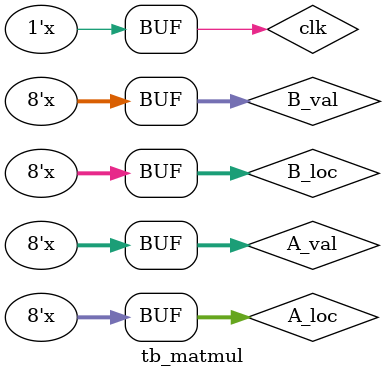
<source format=v>
module tb_matmul();
reg clk;
reg [7:0]A_val;
reg [7:0]B_val;
reg [7:0]A_loc;
reg [7:0]B_loc;

wire [7:0]res1;
wire [7:0]res2;
wire [7:0]res3;

matmul uut(.clk(clk),.A_val(A_val),.B_val(B_val),.A_loc(A_loc),.B_loc(B_loc),.res1(res1),.res2(res2),.res3(res3));
always begin
    #5 clk=~clk;
end
initial
begin
clk=1;
end

initial // Matrix A 
begin
A_loc<=0;A_val<=0;#10;
A_loc<=1;A_val<=1;#10;
A_loc<=2;A_val<=2;#10;
A_loc<=3;A_val<=3;#10;
A_loc<=4;A_val<=4;#10;
A_loc<=5;A_val<=5;#10;
A_loc<=6;A_val<=6;#10;
A_loc<=7;A_val<=7;#10;
A_loc<=8;A_val<=8;#10;
A_loc<=8'bx;
A_val<=8'bx;
end

initial // Matrix B 
begin
B_loc<=0;B_val<=0;#10;
B_loc<=1;B_val<=1;#10;
B_loc<=2;B_val<=2;#10;
B_loc<=3;B_val<=3;#10;
B_loc<=4;B_val<=4;#10;
B_loc<=5;B_val<=5;#10;
B_loc<=6;B_val<=6;#10;
B_loc<=7;B_val<=7;#10;
B_loc<=8;B_val<=8;#10;
B_loc<=8'bx;
B_val<=8'bx;
end
endmodule

</source>
